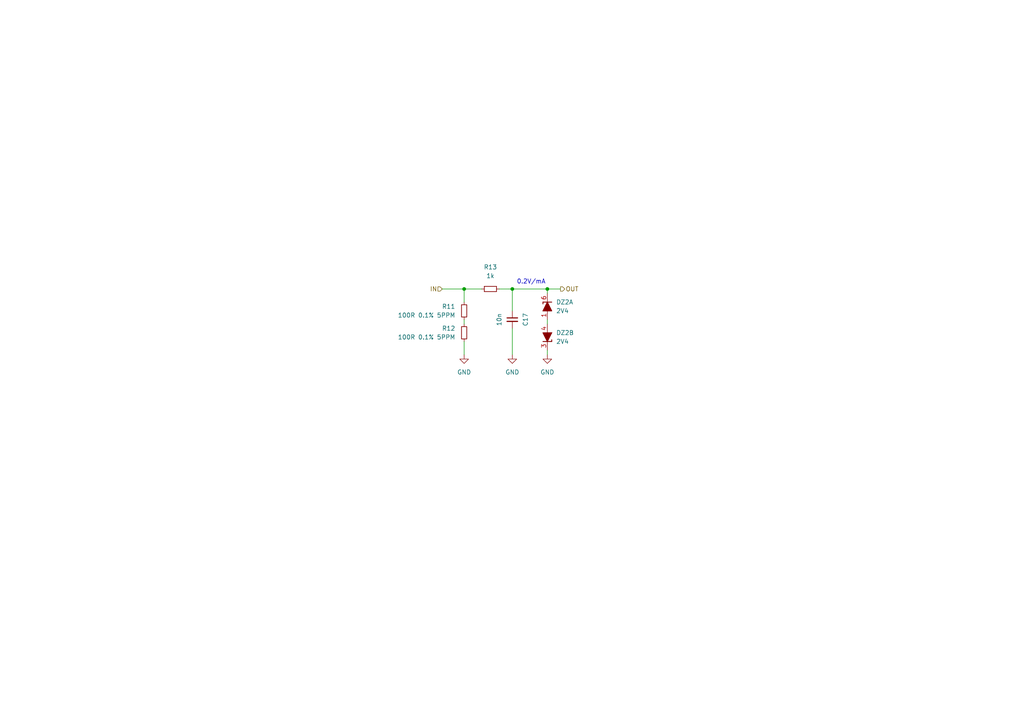
<source format=kicad_sch>
(kicad_sch (version 20230121) (generator eeschema)
  (paper "A4")
  (title_block (title "EuroMeasure Ion Gauge Controller") (date "2024-01-20") (rev "1.1.0"))
  (lib_symbols
    (symbol "Device:C_Small" (pin_numbers hide) (pin_names (offset 0.254) hide)
      (property "Reference" "C" (at 0.254 1.778 0))
      (property "Value" "C_Small" (at 0.254 -2.032 0))
      (symbol "C_Small_0_1"
        (polyline (pts (xy -1.524 -0.508) (xy 1.524 -0.508)) (stroke (width 0.3302)))
        (polyline (pts (xy -1.524 0.508) (xy 1.524 0.508)) (stroke (width 0.3048)))
      )
      (symbol "C_Small_1_1"
        (pin passive line (at 0 2.54 270) (length 2.032) (name "~") (number "1"))
        (pin passive line (at 0 -2.54 90) (length 2.032) (name "~") (number "2"))
      )
    )
    (symbol "Device:R_Small" (pin_numbers hide) (pin_names (offset 0.254) hide)
      (property "Reference" "R" (at 0.762 0.508 0))
      (property "Value" "R_Small" (at 0.762 -1.016 0))
      (symbol "R_Small_0_1"
        (rectangle (start -0.762 1.778) (end 0.762 -1.778) (stroke (width 0.2032)))
      )
      (symbol "R_Small_1_1"
        (pin passive line (at 0 2.54 270) (length 0.762) (name "~") (number "1"))
        (pin passive line (at 0 -2.54 90) (length 0.762) (name "~") (number "2"))
      )
    )
    (symbol "MEMS_Discrete-semiconductor:D_Zener_2V4_dual_MMBZ5221BS" (pin_names (offset 1.016) hide)
      (property "Reference" "DZ" (at 0 5.08 0))
      (property "Value" "2V4" (at 0 2.54 0))
      (symbol "D_Zener_2V4_dual_MMBZ5221BS_0_1"
        (polyline (pts (xy -1.27 0) (xy 1.27 0)))
        (polyline (pts (xy 1.27 -1.27) (xy 1.27 1.27)) (stroke (width 0.254)))
        (polyline (pts (xy 1.27 1.27) (xy 0.762 1.27)) (stroke (width 0.254)))
        (polyline (pts (xy -1.27 1.27) (xy -1.27 -1.27) (xy 1.27 0) (xy -1.27 1.27)) (stroke (width 0.254)) (fill (type outline)))
      )
      (symbol "D_Zener_2V4_dual_MMBZ5221BS_1_1"
        (pin passive line (at -3.81 0 0) (length 2.54) (name "A") (number "1"))
        (pin passive line (at 3.81 0 180) (length 2.54) (name "K") (number "6"))
      )
      (symbol "D_Zener_2V4_dual_MMBZ5221BS_2_1"
        (pin passive line (at 3.81 0 180) (length 2.54) (name "K") (number "3"))
        (pin passive line (at -3.81 0 0) (length 2.54) (name "A") (number "4"))
      )
    )
    (symbol "MEMS_Passive:R_0805_100R_0.1%_5PPM" (pin_numbers hide) (pin_names (offset 0.254) hide)
      (property "Reference" "R" (at 0.762 0.508 0))
      (property "Value" "100R 0.1% 5PPM" (at 0.762 -1.016 0))
      (symbol "R_0805_100R_0.1%_5PPM_0_1"
        (rectangle (start -0.762 1.778) (end 0.762 -1.778) (stroke (width 0.2032)))
      )
      (symbol "R_0805_100R_0.1%_5PPM_1_1"
        (pin passive line (at 0 2.54 270) (length 0.762) (name "~") (number "1"))
        (pin passive line (at 0 -2.54 90) (length 0.762) (name "~") (number "2"))
      )
    )
    (symbol "power:GND" (power) (pin_names (offset 0))
      (property "Value" "GND" (at 0 -3.81 0))
      (symbol "GND_0_1"
        (polyline (pts (xy 0 0) (xy 0 -1.27) (xy 1.27 -1.27) (xy 0 -2.54) (xy -1.27 -1.27) (xy 0 -1.27)))
      )
      (symbol "GND_1_1"
        (pin power_in line (at 0 0 270) (length 0) hide (name "GND") (number "1"))
      )
    )
  )
  (junction (at 148.59 83.82))
  (junction (at 134.62 83.82))
  (junction (at 158.75 83.82))
  (wire (pts (xy 128.27 83.82) (xy 134.62 83.82)))
  (wire (pts (xy 158.75 83.82) (xy 162.56 83.82)))
  (wire (pts (xy 134.62 92.71) (xy 134.62 93.98)))
  (wire (pts (xy 148.59 83.82) (xy 148.59 90.17)))
  (wire (pts (xy 134.62 83.82) (xy 139.7 83.82)))
  (wire (pts (xy 134.62 99.06) (xy 134.62 102.87)))
  (wire (pts (xy 134.62 83.82) (xy 134.62 87.63)))
  (wire (pts (xy 148.59 95.25) (xy 148.59 102.87)))
  (wire (pts (xy 144.78 83.82) (xy 148.59 83.82)))
  (wire (pts (xy 158.75 101.6) (xy 158.75 102.87)))
  (wire (pts (xy 158.75 83.82) (xy 158.75 85.09)))
  (wire (pts (xy 158.75 92.71) (xy 158.75 93.98)))
  (wire (pts (xy 148.59 83.82) (xy 158.75 83.82)))
  (text "0.2V/mA" (at 149.86 82.55 0) (effects (font (size 1.27 1.27)) (justify left bottom)))
  (hierarchical_label "OUT" (shape output) (at 162.56 83.82 0))
  (hierarchical_label "IN" (shape input) (at 128.27 83.82 180))
  (symbol (lib_id "power:GND") (at 134.62 102.87 0) (mirror y) (unit 1)
    (property "Reference" "#PWR034" (effects hide))
    (property "Value" "GND" (at 134.62 107.95 0))
  )
  (symbol (lib_id "MEMS_Passive:R_0805_100R_0.1%_5PPM") (at 134.62 90.17 0) (unit 1)
    (property "Reference" "R11" (at 132.08 88.9 0) (effects (justify right)))
    (property "Value" "100R 0.1% 5PPM" (at 132.08 91.44 0) (effects (justify right)))
    (property "Footprint" "Resistor_SMD:R_0805_2012Metric_Pad1.20x1.40mm_HandSolder" (effects hide))
    (property "Datasheet" "https://www.mouser.pl/datasheet/2/414/TTRB_S_A0010186342_1-2565648.pdf" (effects hide))
    (property "MPN" "PCF0805-13-100RBT1" (effects hide))
    (property "Mouser" "756-PCF080513100RBT1 " (effects hide))
  )
  (symbol (lib_id "MEMS_Passive:R_0805_100R_0.1%_5PPM") (at 134.62 96.52 0) (unit 1)
    (property "Reference" "R12" (at 132.08 95.25 0) (effects (justify right)))
    (property "Value" "100R 0.1% 5PPM" (at 132.08 97.79 0) (effects (justify right)))
    (property "Footprint" "Resistor_SMD:R_0805_2012Metric_Pad1.20x1.40mm_HandSolder" (effects hide))
    (property "Datasheet" "https://www.mouser.pl/datasheet/2/414/TTRB_S_A0010186342_1-2565648.pdf" (effects hide))
    (property "MPN" "PCF0805-13-100RBT1" (effects hide))
    (property "Mouser" "756-PCF080513100RBT1 " (effects hide))
  )
  (symbol (lib_id "power:GND") (at 148.59 102.87 0) (mirror y) (unit 1)
    (property "Reference" "#PWR035" (effects hide))
    (property "Value" "GND" (at 148.59 107.95 0))
  )
  (symbol (lib_id "MEMS_Discrete-semiconductor:D_Zener_2V4_dual_MMBZ5221BS") (at 158.75 97.79 270) (unit 2)
    (property "Reference" "DZ2" (at 161.29 96.52 90) (effects (justify left)))
    (property "Value" "2V4" (at 161.29 99.06 90) (effects (justify left)))
    (property "Footprint" "Package_TO_SOT_SMD:SOT-363_SC-70-6_Handsoldering" (effects hide))
    (property "Datasheet" "https://www.mouser.pl/datasheet/2/115/DIODS09919_1-2541805.pdf" (effects hide))
    (property "Mouser" "621-MMBZ5221BS-F" (effects hide))
    (property "MPN" "MMBZ5221BS-7-F" (effects hide))
  )
  (symbol (lib_id "power:GND") (at 158.75 102.87 0) (mirror y) (unit 1)
    (property "Reference" "#PWR036" (effects hide))
    (property "Value" "GND" (at 158.75 107.95 0))
  )
  (symbol (lib_id "Device:R_Small") (at 142.24 83.82 90) (unit 1)
    (property "Reference" "R13" (at 142.24 77.47 90))
    (property "Value" "1k" (at 142.24 80.01 90))
    (property "Footprint" "Resistor_SMD:R_0805_2012Metric" (effects hide))
  )
  (symbol (lib_id "Device:C_Small") (at 148.59 92.71 0) (unit 1)
    (property "Reference" "C17" (at 152.4 92.71 90))
    (property "Value" "10n" (at 144.78 92.71 90))
    (property "Footprint" "Capacitor_SMD:C_0805_2012Metric_Pad1.18x1.45mm_HandSolder" (effects hide))
  )
  (symbol (lib_id "MEMS_Discrete-semiconductor:D_Zener_2V4_dual_MMBZ5221BS") (at 158.75 88.9 90) (unit 1)
    (property "Reference" "DZ2" (at 161.29 87.63 90) (effects (justify right)))
    (property "Value" "2V4" (at 161.29 90.17 90) (effects (justify right)))
    (property "Footprint" "Package_TO_SOT_SMD:SOT-363_SC-70-6_Handsoldering" (effects hide))
    (property "Datasheet" "https://www.mouser.pl/datasheet/2/115/DIODS09919_1-2541805.pdf" (effects hide))
    (property "Mouser" "621-MMBZ5221BS-F" (effects hide))
    (property "MPN" "MMBZ5221BS-7-F" (effects hide))
  )
)
</source>
